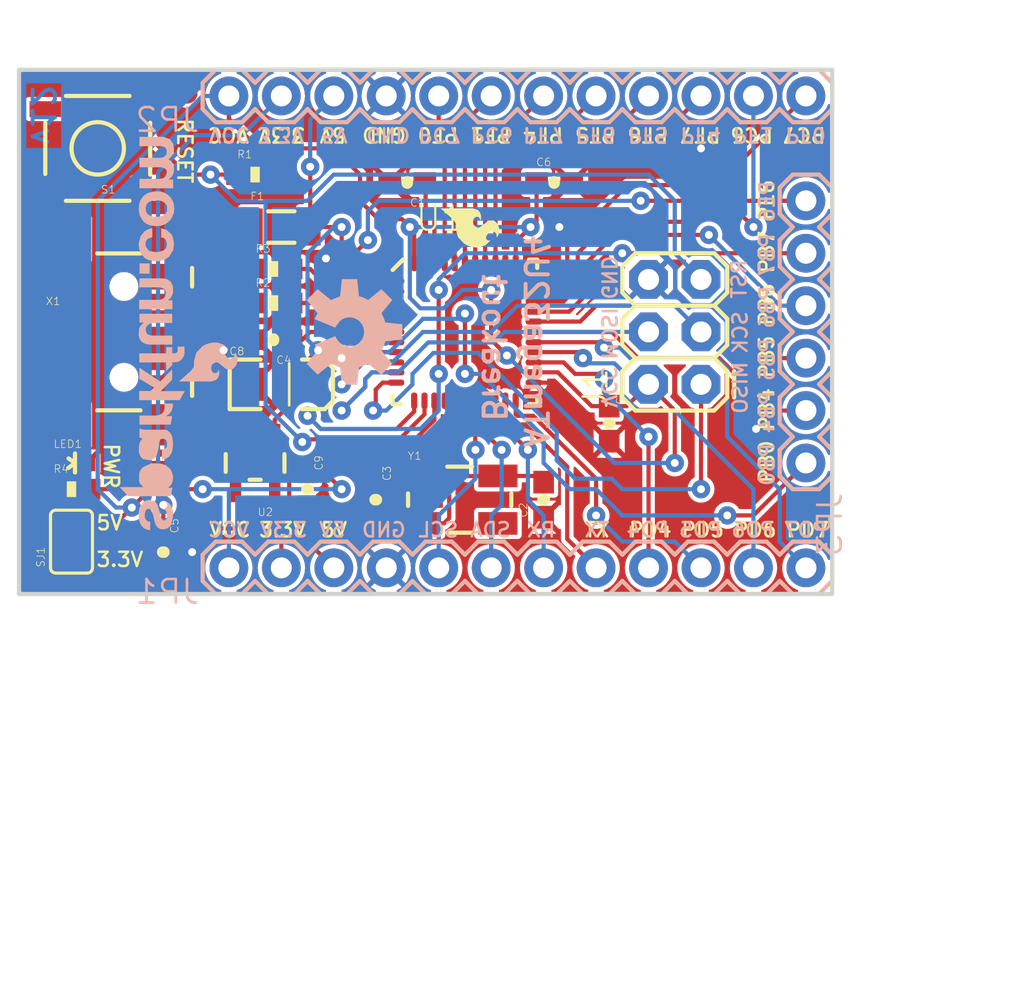
<source format=kicad_pcb>
(kicad_pcb (version 20221018) (generator pcbnew)
  (layers (0 "F.Cu" signal) (31 "B.Cu" signal) (34 "B.Paste" user) (35 "F.Paste" user) (36 "B.SilkS" user "B.Silkscreen") (37 "F.SilkS" user "F.Silkscreen") (38 "B.Mask" user) (39 "F.Mask" user) (44 "Edge.Cuts" user))
  (net 0 "")
  (net 1 "GND")
  (net 2 "VCC")
  (net 3 "AREF")
  (net 4 "N$2")
  (net 5 "N$3")
  (net 6 "N$6")
  (net 7 "N$8")
  (net 8 "5V")
  (net 9 "N$4")
  (net 10 "N$9")
  (net 11 "UCAP")
  (net 12 "3.3V")
  (net 13 "MISO")
  (net 14 "SCK")
  (net 15 "RST")
  (net 16 "MOSI")
  (net 17 "PF7")
  (net 18 "PF6")
  (net 19 "PF5")
  (net 20 "PF4")
  (net 21 "PF1")
  (net 22 "PF0")
  (net 23 "RX")
  (net 24 "TX")
  (net 25 "SDA")
  (net 26 "SCL")
  (net 27 "PD4")
  (net 28 "PC6")
  (net 29 "PD7")
  (net 30 "PE6")
  (net 31 "PB4")
  (net 32 "PB5")
  (net 33 "PB6")
  (net 34 "PB7")
  (net 35 "PD6")
  (net 36 "PC7")
  (net 37 "PB0")
  (net 38 "PD5")
  (net 39 "D+")
  (net 40 "D-")
  (footprint "working:FIDUCIAL-1X2" (layer "F.Cu") (at 166.9161 113.3094)
    (fp_text reference "JP7" hide)
    (fp_text value "FIDUCIAL1X2" hide)
  )
  (footprint "working:2X3" (layer "F.Cu") (at 161.8361 107.5436 90)
    (fp_text reference "J1")
    (fp_text value "AVR_SPI_PRG")
  )
  (footprint "working:0603-CAP" (layer "F.Cu") (at 154.7241 97.7646)
    (fp_text reference "C6")
    (fp_text value "0.1uF")
  )
  (footprint "working:SFE-LOGO-FLAME" (layer "F.Cu") (at 149.2631 99.0346 -90)
    (fp_text reference "JP5" hide)
    (fp_text value "LOGO-SFESK" hide)
  )
  (footprint "working:0603-CAP" (layer "F.Cu") (at 142.7861 112.6236 -90)
    (fp_text reference "C9")
    (fp_text value "0.1uF")
  )
  (footprint "working:EIA3216" (layer "F.Cu") (at 141.5161 107.5436)
    (fp_text reference "C8")
    (fp_text value "10uF")
  )
  (footprint "working:0603-CAP" (layer "F.Cu") (at 147.6121 97.7646 180)
    (fp_text reference "C1")
    (fp_text value "0.1uF")
  )
  (footprint "working:0603-RES" (layer "F.Cu") (at 141.1351 103.6066)
    (fp_text reference "R2")
    (fp_text value "22")
  )
  (footprint "working:0603-CAP" (layer "F.Cu") (at 157.3911 109.4486 -90)
    (fp_text reference "C7")
    (fp_text value "0.1uF")
  )
  (footprint "working:FIDUCIAL-1X2" (layer "F.Cu") (at 136.9568 93.4466)
    (fp_text reference "JP6" hide)
    (fp_text value "FIDUCIAL1X2" hide)
  )
  (footprint "working:0603-CAP" (layer "F.Cu") (at 141.1351 105.3846 180)
    (fp_text reference "C4")
    (fp_text value "1uF")
  )
  (footprint "working:USB-MINIB" (layer "F.Cu") (at 133.8961 105.0036)
    (fp_text reference "X1")
    (fp_text value "USBSMD")
  )
  (footprint "working:0603-RES" (layer "F.Cu") (at 140.2461 97.3836)
    (fp_text reference "R1")
    (fp_text value "10k")
  )
  (footprint "working:0603-RES" (layer "F.Cu") (at 131.3561 112.6236)
    (fp_text reference "R4")
    (fp_text value "1k")
  )
  (footprint "working:0603-CAP" (layer "F.Cu") (at 154.2161 113.1316 90)
    (fp_text reference "C2")
    (fp_text value "18pF")
  )
  (footprint "working:SOT23-5" (layer "F.Cu") (at 140.2461 111.3536 180)
    (fp_text reference "U2")
    (fp_text value "3.3V_REG_LDOSMD")
  )
  (footprint "working:QFN-44-NOPAD_1_1" (layer "F.Cu") (at 150.4061 105.0036)
    (fp_text reference "U1")
    (fp_text value "ATMEGA32U4")
  )
  (footprint "working:0603-RES" (layer "F.Cu") (at 141.1351 101.9556)
    (fp_text reference "R3")
    (fp_text value "22")
  )
  (footprint "working:LED-0603" (layer "F.Cu") (at 131.3561 111.3536 -90)
    (fp_text reference "LED1")
    (fp_text value "Power")
  )
  (footprint "working:TACTILE_SWITCH_SMD" (layer "F.Cu") (at 132.6261 96.1136 180)
    (fp_text reference "S1")
    (fp_text value "SWITCH-SMD")
  )
  (footprint "working:CRYSTAL-SMD-5X3" (layer "F.Cu") (at 150.1521 113.1316)
    (fp_text reference "Y1")
    (fp_text value "16MHz")
  )
  (footprint "working:SJ_3_PASTE2&3" (layer "F.Cu") (at 131.3561 115.1636 90)
    (fp_text reference "SJ1")
    (fp_text value "Power Select")
  )
  (footprint "working:0603-CAP" (layer "F.Cu") (at 135.8011 115.6716 -90)
    (fp_text reference "C5")
    (fp_text value "1uF")
  )
  (footprint "working:PTC-1206" (layer "F.Cu") (at 141.5161 99.9236)
    (fp_text reference "F1")
    (fp_text value "PTCSMD")
  )
  (footprint "working:0603-CAP" (layer "F.Cu") (at 146.0881 113.1316 -90)
    (fp_text reference "C3")
    (fp_text value "18pF")
  )
  (footprint "working:SFE-NEW-WEBLOGO" (layer "B.Cu") (at 133.7056 114.6048 90)
    (fp_text reference "JP8" hide)
    (fp_text value "LOGO-SFENEW" hide)
  )
  (footprint "working:1X06" (layer "B.Cu") (at 166.9161 111.3536 90)
    (fp_text reference "JP3")
    (fp_text value "")
  )
  (footprint "working:1X12" (layer "B.Cu") (at 138.9761 116.4336)
    (fp_text reference "JP1")
    (fp_text value "M12PTH")
  )
  (footprint "working:1X12" (layer "B.Cu") (at 138.9761 93.5736)
    (fp_text reference "JP2")
    (fp_text value "M12PTH")
  )
  (footprint "working:OSHW-LOGO-M" (layer "B.Cu") (at 144.8181 105.0036 90)
    (fp_text reference "U$6" hide)
    (fp_text value "OSHW-LOGOM" hide)
  )
  (gr_line (start 128.8161 117.7036) (end 168.1861 117.7036) (stroke (width 0.2032)) (layer "Edge.Cuts"))
  (gr_line (start 168.1861 117.7036) (end 168.1861 92.3036) (stroke (width 0.2032)) (layer "Edge.Cuts"))
  (gr_line (start 168.1861 92.3036) (end 128.8161 92.3036) (stroke (width 0.2032)) (layer "Edge.Cuts"))
  (gr_line (start 128.8161 92.3036) (end 128.8161 117.7036) (stroke (width 0.2032)) (layer "Edge.Cuts"))
  (gr_text "v12" (at 130.5941 92.9386 -90) (layer "B.Cu") (effects (font (size 1.0795 1.0795) (thickness 0.1905)) (justify right top mirror)))
  (gr_text "RX" (at 154.8511 114.9985) (layer "B.SilkS") (effects (font (size 0.69088 0.69088) (thickness 0.12192)) (justify left bottom mirror)))
  (gr_text "Breakout" (at 151.1681 109.4486 -90) (layer "B.SilkS") (effects (font (size 1.0795 1.0795) (thickness 0.1905)) (justify left bottom mirror)))
  (gr_text "PF6" (at 155.6893 95.0468 -180) (layer "B.SilkS") (effects (font (size 0.69088 0.69088) (thickness 0.12192)) (justify left bottom mirror)))
  (gr_text "3.3V" (at 140.2842 95.0468 -180) (layer "B.SilkS") (effects (font (size 0.69088 0.69088) (thickness 0.12192)) (justify left bottom mirror)))
  (gr_text "GND" (at 147.6121 114.9985) (layer "B.SilkS") (effects (font (size 0.69088 0.69088) (thickness 0.12192)) (justify left bottom mirror)))
  (gr_text "TX" (at 157.4673 114.9985) (layer "B.SilkS") (effects (font (size 0.69088 0.69088) (thickness 0.12192)) (justify left bottom mirror)))
  (gr_text "SDA" (at 152.6921 114.9985) (layer "B.SilkS") (effects (font (size 0.69088 0.69088) (thickness 0.12192)) (justify left bottom mirror)))
  (gr_text "SCL" (at 150.1521 114.9985) (layer "B.SilkS") (effects (font (size 0.69088 0.69088) (thickness 0.12192)) (justify left bottom mirror)))
  (gr_text "RST" (at 164.084 101.4222 -270) (layer "B.SilkS") (effects (font (size 0.69088 0.69088) (thickness 0.12192)) (justify left bottom mirror)))
  (gr_text "VCC" (at 156.9593 108.7374 -90) (layer "B.SilkS") (effects (font (size 0.69088 0.69088) (thickness 0.12192)) (justify left bottom mirror)))
  (gr_text "PB7" (at 165.4429 100.1649 -270) (layer "B.SilkS") (effects (font (size 0.69088 0.69088) (thickness 0.12192)) (justify left bottom mirror)))
  (gr_text "PD7" (at 167.9829 114.9985) (layer "B.SilkS") (effects (font (size 0.69088 0.69088) (thickness 0.12192)) (justify left bottom mirror)))
  (gr_text "PF0" (at 165.8493 95.0468 -180) (layer "B.SilkS") (effects (font (size 0.69088 0.69088) (thickness 0.12192)) (justify left bottom mirror)))
  (gr_text "PF4" (at 160.7693 95.0468 -180) (layer "B.SilkS") (effects (font (size 0.69088 0.69088) (thickness 0.12192)) (justify left bottom mirror)))
  (gr_text "5V" (at 144.6911 114.9985) (layer "B.SilkS") (effects (font (size 0.69088 0.69088) (thickness 0.12192)) (justify left bottom mirror)))
  (gr_text "PB4" (at 165.4429 107.7849 -270) (layer "B.SilkS") (effects (font (size 0.69088 0.69088) (thickness 0.12192)) (justify left bottom mirror)))
  (gr_text "GND" (at 145.5547 95.0468 -180) (layer "B.SilkS") (effects (font (size 0.69088 0.69088) (thickness 0.12192)) (justify left bottom mirror)))
  (gr_text "MISO" (at 164.1348 106.3752 -270) (layer "B.SilkS") (effects (font (size 0.69088 0.69088) (thickness 0.12192)) (justify left bottom mirror)))
  (gr_text "PC7" (at 148.0693 95.0468 -180) (layer "B.SilkS") (effects (font (size 0.69088 0.69088) (thickness 0.12192)) (justify left bottom mirror)))
  (gr_text "PB5" (at 165.4429 105.2449 -270) (layer "B.SilkS") (effects (font (size 0.69088 0.69088) (thickness 0.12192)) (justify left bottom mirror)))
  (gr_text "MOSI" (at 156.972 106.4133 -90) (layer "B.SilkS") (effects (font (size 0.69088 0.69088) (thickness 0.12192)) (justify left bottom mirror)))
  (gr_text "PD6" (at 165.4429 114.9985) (layer "B.SilkS") (effects (font (size 0.69088 0.69088) (thickness 0.12192)) (justify left bottom mirror)))
  (gr_text "PE6" (at 165.4429 97.6249 -270) (layer "B.SilkS") (effects (font (size 0.69088 0.69088) (thickness 0.12192)) (justify left bottom mirror)))
  (gr_text "VCC" (at 137.9347 95.0468 -180) (layer "B.SilkS") (effects (font (size 0.69088 0.69088) (thickness 0.12192)) (justify left bottom mirror)))
  (gr_text "PC6" (at 150.6093 95.0468 -180) (layer "B.SilkS") (effects (font (size 0.69088 0.69088) (thickness 0.12192)) (justify left bottom mirror)))
  (gr_text "PB6" (at 165.4429 102.7049 -270) (layer "B.SilkS") (effects (font (size 0.69088 0.69088) (thickness 0.12192)) (justify left bottom mirror)))
  (gr_text "PD5" (at 162.9029 114.9985) (layer "B.SilkS") (effects (font (size 0.69088 0.69088) (thickness 0.12192)) (justify left bottom mirror)))
  (gr_text "3.3V" (at 142.8242 114.9985) (layer "B.SilkS") (effects (font (size 0.69088 0.69088) (thickness 0.12192)) (justify left bottom mirror)))
  (gr_text "SCK" (at 164.1348 103.9368 -270) (layer "B.SilkS") (effects (font (size 0.69088 0.69088) (thickness 0.12192)) (justify left bottom mirror)))
  (gr_text "ATmega32U4" (at 153.2001 110.7186 -90) (layer "B.SilkS") (effects (font (size 1.0795 1.0795) (thickness 0.1905)) (justify left bottom mirror)))
  (gr_text "PF1" (at 163.3093 95.0468 -180) (layer "B.SilkS") (effects (font (size 0.69088 0.69088) (thickness 0.12192)) (justify left bottom mirror)))
  (gr_text "PD4" (at 160.3629 114.9985) (layer "B.SilkS") (effects (font (size 0.69088 0.69088) (thickness 0.12192)) (justify left bottom mirror)))
  (gr_text "PF5" (at 158.2293 95.0468 -180) (layer "B.SilkS") (effects (font (size 0.69088 0.69088) (thickness 0.12192)) (justify left bottom mirror)))
  (gr_text "5V" (at 143.383 95.0468 -180) (layer "B.SilkS") (effects (font (size 0.69088 0.69088) (thickness 0.12192)) (justify left bottom mirror)))
  (gr_text "PB0" (at 165.4429 110.3249 -270) (layer "B.SilkS") (effects (font (size 0.69088 0.69088) (thickness 0.12192)) (justify left bottom mirror)))
  (gr_text "VCC" (at 140.0302 114.9985) (layer "B.SilkS") (effects (font (size 0.69088 0.69088) (thickness 0.12192)) (justify left bottom mirror)))
  (gr_text "PF7" (at 153.1493 95.0468 -180) (layer "B.SilkS") (effects (font (size 0.69088 0.69088) (thickness 0.12192)) (justify left bottom mirror)))
  (gr_text "GND" (at 156.972 103.505 -90) (layer "B.SilkS") (effects (font (size 0.69088 0.69088) (thickness 0.12192)) (justify left bottom mirror)))
  (gr_text "PB4" (at 165.4175 109.855 90) (layer "F.SilkS") (effects (font (size 0.69088 0.69088) (thickness 0.12192)) (justify left bottom)))
  (gr_text "3.3V" (at 132.4991 116.4336) (layer "F.SilkS") (effects (font (size 0.69088 0.69088) (thickness 0.12192)) (justify left bottom)))
  (gr_text "5V" (at 143.3576 114.9985) (layer "F.SilkS") (effects (font (size 0.69088 0.69088) (thickness 0.12192)) (justify left bottom)))
  (gr_text "5V" (at 144.7165 95.0468 180) (layer "F.SilkS") (effects (font (size 0.69088 0.69088) (thickness 0.12192)) (justify left bottom)))
  (gr_text "RESET" (at 136.4361 94.5896 270) (layer "F.SilkS") (effects (font (size 0.69088 0.69088) (thickness 0.12192)) (justify left bottom)))
  (gr_text "PD5" (at 160.8201 114.9985) (layer "F.SilkS") (effects (font (size 0.69088 0.69088) (thickness 0.12192)) (justify left bottom)))
  (gr_text "5V" (at 132.4991 114.6556) (layer "F.SilkS") (effects (font (size 0.69088 0.69088) (thickness 0.12192)) (justify left bottom)))
  (gr_text "GND" (at 147.6248 95.0468 180) (layer "F.SilkS") (effects (font (size 0.69088 0.69088) (thickness 0.12192)) (justify left bottom)))
  (gr_text "PD7" (at 165.9001 114.9985) (layer "F.SilkS") (effects (font (size 0.69088 0.69088) (thickness 0.12192)) (justify left bottom)))
  (gr_text "PB5" (at 165.4175 107.315 90) (layer "F.SilkS") (effects (font (size 0.69088 0.69088) (thickness 0.12192)) (justify left bottom)))
  (gr_text "PE6" (at 165.4175 99.695 90) (layer "F.SilkS") (effects (font (size 0.69088 0.69088) (thickness 0.12192)) (justify left bottom)))
  (gr_text "PD6" (at 163.3601 114.9985) (layer "F.SilkS") (effects (font (size 0.69088 0.69088) (thickness 0.12192)) (justify left bottom)))
  (gr_text "PD4" (at 158.2801 114.9985) (layer "F.SilkS") (effects (font (size 0.69088 0.69088) (thickness 0.12192)) (justify left bottom)))
  (gr_text "3.3V" (at 142.7353 95.0468 180) (layer "F.SilkS") (effects (font (size 0.69088 0.69088) (thickness 0.12192)) (justify left bottom)))
  (gr_text "PWR" (at 132.8801 110.3376 270) (layer "F.SilkS") (effects (font (size 0.69088 0.69088) (thickness 0.12192)) (justify left bottom)))
  (gr_text "PB0" (at 165.4175 112.395 90) (layer "F.SilkS") (effects (font (size 0.69088 0.69088) (thickness 0.12192)) (justify left bottom)))
  (gr_text "PF5" (at 157.7721 95.0468 180) (layer "F.SilkS") (effects (font (size 0.69088 0.69088) (thickness 0.12192)) (justify left bottom)))
  (gr_text "PF7" (at 162.8521 95.0468 180) (layer "F.SilkS") (effects (font (size 0.69088 0.69088) (thickness 0.12192)) (justify left bottom)))
  (gr_text "PB6" (at 165.4175 104.775 90) (layer "F.SilkS") (effects (font (size 0.69088 0.69088) (thickness 0.12192)) (justify left bottom)))
  (gr_text "PF4" (at 155.2321 95.0468 180) (layer "F.SilkS") (effects (font (size 0.69088 0.69088) (thickness 0.12192)) (justify left bottom)))
  (gr_text "PB7" (at 165.4175 102.235 90) (layer "F.SilkS") (effects (font (size 0.69088 0.69088) (thickness 0.12192)) (justify left bottom)))
  (gr_text "PC7" (at 167.9321 95.0468 180) (layer "F.SilkS") (effects (font (size 0.69088 0.69088) (thickness 0.12192)) (justify left bottom)))
  (gr_text "PC6" (at 165.3921 95.0468 180) (layer "F.SilkS") (effects (font (size 0.69088 0.69088) (thickness 0.12192)) (justify left bottom)))
  (gr_text "PF1" (at 152.6921 95.0468 180) (layer "F.SilkS") (effects (font (size 0.69088 0.69088) (thickness 0.12192)) (justify left bottom)))
  (gr_text "PF0" (at 150.1521 95.0468 180) (layer "F.SilkS") (effects (font (size 0.69088 0.69088) (thickness 0.12192)) (justify left bottom)))
  (gr_text "PF6" (at 160.3121 95.0468 180) (layer "F.SilkS") (effects (font (size 0.69088 0.69088) (thickness 0.12192)) (justify left bottom)))
  (gr_text "TX" (at 156.1211 114.9985) (layer "F.SilkS") (effects (font (size 0.69088 0.69088) (thickness 0.12192)) (justify left bottom)))
  (gr_text "3.3V" (at 140.3731 114.9985) (layer "F.SilkS") (effects (font (size 0.69088 0.69088) (thickness 0.12192)) (justify left bottom)))
  (gr_text "VCC" (at 137.9601 114.9985) (layer "F.SilkS") (effects (font (size 0.69088 0.69088) (thickness 0.12192)) (justify left bottom)))
  (gr_text "VCC" (at 140.0175 95.0468 180) (layer "F.SilkS") (effects (font (size 0.69088 0.69088) (thickness 0.12192)) (justify left bottom)))
  (segment (start 144.8261 104.5036) (end 144.8181 104.4956) (width 0.2032) (layer "F.Cu") (net 1))
  (segment (start 154.768834 107.461335) (end 155.1051 107.7976) (width 0.2032) (layer "F.Cu") (net 1))
  (segment (start 153.7426 107.461335) (end 154.768834 107.461335) (width 0.2032) (layer "F.Cu") (net 1))
  (segment (start 147.0696 104.5036) (end 144.8261 104.5036) (width 0.2032) (layer "F.Cu") (net 1))
  (via (at 138.7221 105.8926) (size 0.889) (drill 0.381) (layers "F.Cu" "B.Cu") (net 1))
  (via (at 154.9781 99.9236) (size 0.889) (drill 0.381) (layers "F.Cu" "B.Cu") (net 1))
  (via (at 161.8361 96.1136) (size 0.889) (drill 0.381) (layers "F.Cu" "B.Cu") (net 1))
  (via (at 137.1981 115.6716) (size 0.889) (drill 0.381) (layers "F.Cu" "B.Cu") (net 1))
  (via (at 143.6751 101.4476) (size 0.889) (drill 0.381) (layers "F.Cu" "B.Cu") (net 1))
  (via (at 164.5031 109.7026) (size 0.889) (drill 0.381) (layers "F.Cu" "B.Cu") (net 1))
  (segment (start 157.3911 108.5986) (end 156.5411 108.5986) (width 0.2032) (layer "F.Cu") (net 2))
  (segment (start 144.0561 96.1136) (end 141.0961 96.1136) (width 0.2032) (layer "F.Cu") (net 2))
  (segment (start 153.5811 99.9236) (end 153.8741 99.6306) (width 0.2032) (layer "F.Cu") (net 2))
  (segment (start 151.6761 102.9716) (end 151.6761 105.3846) (width 0.2032) (layer "F.Cu") (net 2))
  (segment (start 158.2411 108.5986) (end 159.2961 107.5436) (width 0.2032) (layer "F.Cu") (net 2))
  (segment (start 147.4851 110.7186) (end 144.6421 110.7186) (width 0.2032) (layer "F.Cu") (net 2))
  (segment (start 144.6421 110.7186) (end 143.5871 111.7736) (width 0.2032) (layer "F.Cu") (net 2))
  (segment (start 146.2151 99.5426) (end 147.3581 99.5426) (width 0.2032) (layer "F.Cu") (net 2))
  (segment (start 147.948365 100.132866) (end 147.7391 99.9236) (width 0.2032) (layer "F.Cu") (net 2))
  (segment (start 141.0961 97.3836) (end 141.0961 96.1136) (width 0.2032) (layer "F.Cu") (net 2))
  (segment (start 156.5411 108.5986) (end 154.903834 106.961335) (width 0.2032) (layer "F.Cu") (net 2))
  (segment (start 157.3911 108.5986) (end 158.2411 108.5986) (width 0.2032) (layer "F.Cu") (net 2))
  (segment (start 146.2151 99.5426) (end 145.3261 98.6536) (width 0.2032) (layer "F.Cu") (net 2))
  (segment (start 145.3261 97.3836) (end 144.0561 96.1136) (width 0.2032) (layer "F.Cu") (net 2))
  (segment (start 132.6261 115.1636) (end 134.2771 113.5126) (width 0.2032) (layer "F.Cu") (net 2))
  (segment (start 142.7861 111.7736) (end 143.5871 111.7736) (width 0.2032) (layer "F.Cu") (net 2))
  (segment (start 138.9761 94.6866) (end 138.9761 93.5736) (width 0.2032) (layer "F.Cu") (net 2))
  (segment (start 160.5661 108.8136) (end 160.5661 111.3536) (width 0.2032) (layer "F.Cu") (net 2))
  (segment (start 137.7061 112.6236) (end 135.1661 112.6236) (width 0.2032) (layer "F.Cu") (net 2))
  (segment (start 135.1661 112.6236) (end 134.2771 113.5126) (width 0.2032) (layer "F.Cu") (net 2))
  (segment (start 147.3581 99.5426) (end 147.7391 99.9236) (width 0.2032) (layer "F.Cu") (net 2))
  (segment (start 143.5871 111.7736) (end 144.4371 112.6236) (width 0.2032) (layer "F.Cu") (net 2))
  (segment (start 148.927231 109.276469) (end 147.4851 110.7186) (width 0.2032) (layer "F.Cu") (net 2))
  (segment (start 148.927231 108.3401) (end 148.927231 109.276469) (width 0.2032) (layer "F.Cu") (net 2))
  (segment (start 141.0961 96.1136) (end 140.4031 96.1136) (width 0.2032) (layer "F.Cu") (net 2))
  (segment (start 132.6261 115.1636) (end 131.3561 115.1636) (width 0.2032) (layer "F.Cu") (net 2))
  (segment (start 159.2961 107.5436) (end 160.5661 108.8136) (width 0.2032) (layer "F.Cu") (net 2))
  (segment (start 140.4031 96.1136) (end 138.9761 94.6866) (width 0.2032) (layer "F.Cu") (net 2))
  (segment (start 153.7426 106.961335) (end 154.903834 106.961335) (width 0.2032) (layer "F.Cu") (net 2))
  (segment (start 152.863834 100.640866) (end 153.5811 99.9236) (width 0.2032) (layer "F.Cu") (net 2))
  (segment (start 152.863834 101.6671) (end 152.863834 100.640866) (width 0.2032) (layer "F.Cu") (net 2))
  (segment (start 153.8741 97.7646) (end 153.8741 99.6306) (width 0.2032) (layer "F.Cu") (net 2))
  (segment (start 145.3261 98.6536) (end 145.3261 97.3836) (width 0.2032) (layer "F.Cu") (net 2))
  (segment (start 147.948365 101.6671) (end 147.948365 100.132866) (width 0.2032) (layer "F.Cu") (net 2))
  (segment (start 151.6761 105.3846) (end 152.4381 106.1466) (width 0.2032) (layer "F.Cu") (net 2))
  (via (at 160.5661 111.3536) (size 0.889) (drill 0.381) (layers "F.Cu" "B.Cu") (net 2))
  (via (at 153.5811 99.9236) (size 0.889) (drill 0.381) (layers "F.Cu" "B.Cu") (net 2))
  (via (at 151.6761 102.9716) (size 0.889) (drill 0.381) (layers "F.Cu" "B.Cu") (net 2))
  (via (at 144.4371 112.6236) (size 0.889) (drill 0.381) (layers "F.Cu" "B.Cu") (net 2))
  (via (at 134.2771 113.5126) (size 0.889) (drill 0.381) (layers "F.Cu" "B.Cu") (net 2))
  (via (at 147.7391 99.9236) (size 0.889) (drill 0.381) (layers "F.Cu" "B.Cu") (net 2))
  (via (at 137.7061 112.6236) (size 0.889) (drill 0.381) (layers "F.Cu" "B.Cu") (net 2))
  (via (at 152.4381 106.1466) (size 0.889) (drill 0.381) (layers "F.Cu" "B.Cu") (net 2))
  (segment (start 138.9761 112.6236) (end 144.4371 112.6236) (width 0.2032) (layer "B.Cu") (net 2))
  (segment (start 132.6261 98.6536) (end 132.6261 112.6236) (width 0.2032) (layer "B.Cu") (net 2))
  (segment (start 138.9761 112.6236) (end 138.9761 116.4336) (width 0.2032) (layer "B.Cu") (net 2))
  (segment (start 151.6761 102.9716) (end 150.2791 102.9716) (width 0.2032) (layer "B.Cu") (net 2))
  (segment (start 132.6261 112.6236) (end 133.5151 113.5126) (width 0.2032) (layer "B.Cu") (net 2))
  (segment (start 152.4381 106.1466) (end 157.6451 111.3536) (width 0.2032) (layer "B.Cu") (net 2))
  (segment (start 137.7061 112.6236) (end 138.9761 112.6236) (width 0.2032) (layer "B.Cu") (net 2))
  (segment (start 149.3901 103.8606) (end 148.2471 103.8606) (width 0.2032) (layer "B.Cu") (net 2))
  (segment (start 148.2471 103.8606) (end 147.7391 103.3526) (width 0.2032) (layer "B.Cu") (net 2))
  (segment (start 133.5151 113.5126) (end 134.2771 113.5126) (width 0.2032) (layer "B.Cu") (net 2))
  (segment (start 160.5661 111.3536) (end 157.6451 111.3536) (width 0.2032) (layer "B.Cu") (net 2))
  (segment (start 147.7391 103.3526) (end 147.7391 99.9236) (width 0.2032) (layer "B.Cu") (net 2))
  (segment (start 137.7061 93.5736) (end 132.6261 98.6536) (width 0.2032) (layer "B.Cu") (net 2))
  (segment (start 153.5811 99.9236) (end 147.7391 99.9236) (width 0.2032) (layer "B.Cu") (net 2))
  (segment (start 138.9761 93.5736) (end 137.7061 93.5736) (width 0.2032) (layer "B.Cu") (net 2))
  (segment (start 150.2791 102.9716) (end 149.3901 103.8606) (width 0.2032) (layer "B.Cu") (net 2))
  (segment (start 148.5011 97.8036) (end 148.4621 97.7646) (width 0.2032) (layer "F.Cu") (net 3))
  (segment (start 148.927234 99.460735) (end 148.5011 99.0346) (width 0.2032) (layer "F.Cu") (net 3))
  (segment (start 148.5011 99.0346) (end 148.5011 97.8036) (width 0.2032) (layer "F.Cu") (net 3))
  (segment (start 148.927234 101.6671) (end 148.927234 99.460735) (width 0.2032) (layer "F.Cu") (net 3))
  (segment (start 150.4061 108.3401) (end 150.4061 109.8296) (width 0.2032) (layer "F.Cu") (net 4))
  (segment (start 153.9161 111.9816) (end 154.2161 112.2816) (width 0.2032) (layer "F.Cu") (net 4))
  (segment (start 151.9951 111.9886) (end 152.0021 111.9816) (width 0.2032) (layer "F.Cu") (net 4))
  (segment (start 150.1521 111.6076) (end 150.5331 111.9886) (width 0.2032) (layer "F.Cu") (net 4))
  (segment (start 152.0021 111.9816) (end 153.9161 111.9816) (width 0.2032) (layer "F.Cu") (net 4))
  (segment (start 150.1521 110.0836) (end 150.1521 111.6076) (width 0.2032) (layer "F.Cu") (net 4))
  (segment (start 150.4061 109.8296) (end 150.1521 110.0836) (width 0.2032) (layer "F.Cu") (net 4))
  (segment (start 150.5331 111.9886) (end 151.9951 111.9886) (width 0.2032) (layer "F.Cu") (net 4))
  (segment (start 148.3091 114.2746) (end 148.3021 114.2816) (width 0.2032) (layer "F.Cu") (net 5))
  (segment (start 148.3021 114.2816) (end 146.3881 114.2816) (width 0.2032) (layer "F.Cu") (net 5))
  (segment (start 149.6441 109.8296) (end 149.6441 114.0206) (width 0.2032) (layer "F.Cu") (net 5))
  (segment (start 149.9061 109.5676) (end 149.6441 109.8296) (width 0.2032) (layer "F.Cu") (net 5))
  (segment (start 146.3881 114.2816) (end 146.0881 113.9816) (width 0.2032) (layer "F.Cu") (net 5))
  (segment (start 149.6441 114.0206) (end 149.3901 114.2746) (width 0.2032) (layer "F.Cu") (net 5))
  (segment (start 149.9061 108.3401) (end 149.9061 109.5676) (width 0.2032) (layer "F.Cu") (net 5))
  (segment (start 149.3901 114.2746) (end 148.3091 114.2746) (width 0.2032) (layer "F.Cu") (net 5))
  (segment (start 147.0696 104.024735) (end 144.347234 104.024735) (width 0.2032) (layer "F.Cu") (net 6))
  (segment (start 143.9291 103.6066) (end 141.9851 103.6066) (width 0.2032) (layer "F.Cu") (net 6))
  (segment (start 144.347234 104.024735) (end 143.9291 103.6066) (width 0.2032) (layer "F.Cu") (net 6))
  (segment (start 144.482231 103.524732) (end 142.9131 101.9556) (width 0.2032) (layer "F.Cu") (net 7))
  (segment (start 147.0696 103.524732) (end 144.482231 103.524732) (width 0.2032) (layer "F.Cu") (net 7))
  (segment (start 141.9851 101.9556) (end 142.9131 101.9556) (width 0.2032) (layer "F.Cu") (net 7))
  (segment (start 144.8261 105.5036) (end 147.0696 105.503604) (width 0.2032) (layer "F.Cu") (net 8))
  (segment (start 144.4371 99.9236) (end 144.4371 102.3366) (width 0.2032) (layer "F.Cu") (net 8))
  (segment (start 141.1961 110.0535) (end 141.2262 110.0836) (width 0.2032) (layer "F.Cu") (net 8))
  (segment (start 142.9131 107.5406) (end 142.9131 106.2736) (width 0.2032) (layer "F.Cu") (net 8))
  (segment (start 144.4371 99.9236) (end 142.9161 99.9236) (width 0.2032) (layer "F.Cu") (net 8))
  (segment (start 135.1661 111.3536) (end 133.8961 112.6236) (width 0.2032) (layer "F.Cu") (net 8))
  (segment (start 144.8261 105.5036) (end 143.6831 105.5036) (width 0.2032) (layer "F.Cu") (net 8))
  (segment (start 141.2262 111.3536) (end 139.2961 111.3536) (width 0.2032) (layer "F.Cu") (net 8))
  (segment (start 139.2961 110.0535) (end 139.2961 111.3536) (width 0.2032) (layer "F.Cu") (net 8))
  (segment (start 141.2262 111.3536) (end 141.5161 111.3536) (width 0.2032) (layer "F.Cu") (net 8))
  (segment (start 133.8961 112.6236) (end 132.2061 112.6236) (width 0.2032) (layer "F.Cu") (net 8))
  (segment (start 131.3561 114.3508) (end 131.3561 113.8936) (width 0.2032) (layer "F.Cu") (net 8))
  (segment (start 131.3561 113.8936) (end 132.2061 113.0436) (width 0.2032) (layer "F.Cu") (net 8))
  (segment (start 141.7701 107.7976) (end 142.0241 107.5436) (width 0.2032) (layer "F.Cu") (net 8))
  (segment (start 142.0241 107.5436) (end 142.9161 107.5436) (width 0.2032) (layer "F.Cu") (net 8))
  (segment (start 143.2941 105.8926) (end 143.6831 105.5036) (width 0.2032) (layer "F.Cu") (net 8))
  (segment (start 141.2262 110.0836) (end 141.2262 111.3536) (width 0.2032) (layer "F.Cu") (net 8))
  (segment (start 142.9131 106.2736) (end 143.2941 105.8926) (width 0.2032) (layer "F.Cu") (net 8))
  (segment (start 139.2961 111.3536) (end 135.1661 111.3536) (width 0.2032) (layer "F.Cu") (net 8))
  (segment (start 141.8971 114.2746) (end 144.0561 116.4336) (width 0.2032) (layer "F.Cu") (net 8))
  (segment (start 142.9161 99.9236) (end 142.9161 97.7676) (width 0.2032) (layer "F.Cu") (net 8))
  (segment (start 132.2061 112.6236) (end 132.2061 113.0436) (width 0.2032) (layer "F.Cu") (net 8))
  (segment (start 141.8971 111.7346) (end 141.5161 111.3536) (width 0.2032) (layer "F.Cu") (net 8))
  (segment (start 131.3561 114.3508) (end 131.4069 114.4016) (width 0.2032) (layer "F.Cu") (net 8))
  (segment (start 142.9161 97.7676) (end 142.9131 97.0026) (width 0.2032) (layer "F.Cu") (net 8))
  (segment (start 147.0696 103.045866) (end 145.146365 103.045866) (width 0.2032) (layer "F.Cu") (net 8))
  (segment (start 142.9161 107.5436) (end 142.9131 107.5406) (width 0.2032) (layer "F.Cu") (net 8))
  (segment (start 141.8971 114.2746) (end 141.8971 111.7346) (width 0.2032) (layer "F.Cu") (net 8))
  (segment (start 141.7701 108.6866) (end 141.7701 107.7976) (width 0.2032) (layer "F.Cu") (net 8))
  (segment (start 141.1961 110.0535) (end 141.1961 109.2606) (width 0.2032) (layer "F.Cu") (net 8))
  (segment (start 141.1961 109.2606) (end 141.7701 108.6866) (width 0.2032) (layer "F.Cu") (net 8))
  (segment (start 144.4371 102.3366) (end 145.146365 103.045866) (width 0.2032) (layer "F.Cu") (net 8))
  (via (at 143.2941 105.8926) (size 0.889) (drill 0.381) (layers "F.Cu" "B.Cu") (net 8))
  (via (at 144.4371 99.9236) (size 0.889) (drill 0.381) (layers "F.Cu" "B.Cu") (net 8))
  (via (at 142.9131 97.0026) (size 0.889) (drill 0.381) (layers "F.Cu" "B.Cu") (net 8))
  (segment (start 142.9131 97.0026) (end 142.9131 94.7166) (width 0.2032) (layer "B.Cu") (net 8))
  (segment (start 144.4371 99.9236) (end 144.0561 99.9236) (width 0.2032) (layer "B.Cu") (net 8))
  (segment (start 142.9131 94.7166) (end 144.0561 93.5736) (width 0.2032) (layer "B.Cu") (net 8))
  (segment (start 142.7861 101.1936) (end 142.7861 105.3846) (width 0.2032) (layer "B.Cu") (net 8))
  (segment (start 142.7861 105.3846) (end 143.2941 105.8926) (width 0.2032) (layer "B.Cu") (net 8))
  (segment (start 144.0561 99.9236) (end 142.7861 101.1936) (width 0.2032) (layer "B.Cu") (net 8))
  (segment (start 138.2141 100.6856) (end 138.9761 99.9236) (width 0.2032) (layer "F.Cu") (net 9))
  (segment (start 138.2141 103.2256) (end 138.2141 100.6856) (width 0.2032) (layer "F.Cu") (net 9))
  (segment (start 138.2141 103.2256) (end 138.0361 103.4036) (width 0.2032) (layer "F.Cu") (net 9))
  (segment (start 140.1161 99.9236) (end 138.9761 99.9236) (width 0.2032) (layer "F.Cu") (net 9))
  (segment (start 136.3961 103.4036) (end 138.0361 103.4036) (width 0.2032) (layer "F.Cu") (net 9))
  (segment (start 130.5061 111.4536) (end 130.6061 111.3536) (width 0.2032) (layer "F.Cu") (net 10))
  (segment (start 130.5061 112.6236) (end 130.5061 111.4536) (width 0.2032) (layer "F.Cu") (net 10))
  (segment (start 142.5321 105.3846) (end 142.9131 105.0036) (width 0.2032) (layer "F.Cu") (net 11))
  (segment (start 142.9131 105.0036) (end 147.0696 105.0036) (width 0.2032) (layer "F.Cu") (net 11))
  (segment (start 141.9851 105.3846) (end 142.5321 105.3846) (width 0.2032) (layer "F.Cu") (net 11))
  (segment (start 135.8011 114.8216) (end 135.8011 113.3856) (width 0.2032) (layer "F.Cu") (net 12))
  (segment (start 131.3561 115.9764) (end 133.0833 115.9764) (width 0.2032) (layer "F.Cu") (net 12))
  (segment (start 135.8011 114.8216) (end 134.2381 114.8216) (width 0.2032) (layer "F.Cu") (net 12))
  (segment (start 141.1961 114.5286) (end 136.6901 114.5286) (width 0.2032) (layer "F.Cu") (net 12))
  (segment (start 141.5161 116.4336) (end 141.5161 115.1636) (width 0.2032) (layer "F.Cu") (net 12))
  (segment (start 136.3971 114.8216) (end 136.6901 114.5286) (width 0.2032) (layer "F.Cu") (net 12))
  (segment (start 135.8011 114.8216) (end 136.3971 114.8216) (width 0.2032) (layer "F.Cu") (net 12))
  (segment (start 141.1961 114.5286) (end 141.1961 114.8436) (width 0.2032) (layer "F.Cu") (net 12))
  (segment (start 133.0833 115.9764) (end 134.2381 114.8216) (width 0.2032) (layer "F.Cu") (net 12))
  (segment (start 141.1961 114.8436) (end 141.5161 115.1636) (width 0.2032) (layer "F.Cu") (net 12))
  (segment (start 141.1961 112.6537) (end 141.1961 114.5286) (width 0.2032) (layer "F.Cu") (net 12))
  (via (at 135.8011 113.3856) (size 0.889) (drill 0.381) (layers "F.Cu" "B.Cu") (net 12))
  (segment (start 137.3251 95.4786) (end 139.6111 95.4786) (width 0.2032) (layer "B.Cu") (net 12))
  (segment (start 135.5471 97.2566) (end 137.3251 95.4786) (width 0.2032) (layer "B.Cu") (net 12))
  (segment (start 139.6111 95.4786) (end 141.5161 93.5736) (width 0.2032) (layer "B.Cu") (net 12))
  (segment (start 135.5471 113.1316) (end 135.8011 113.3856) (width 0.2032) (layer "B.Cu") (net 12))
  (segment (start 135.5471 97.2566) (end 135.5471 113.1316) (width 0.2032) (layer "B.Cu") (net 12))
  (segment (start 146.424365 107.461335) (end 146.0881 107.7976) (width 0.2032) (layer "F.Cu") (net 13))
  (segment (start 161.8361 112.6236) (end 161.8361 107.5436) (width 0.2032) (layer "F.Cu") (net 13))
  (segment (start 146.0881 108.6866) (end 145.9611 108.8136) (width 0.2032) (layer "F.Cu") (net 13))
  (segment (start 146.0881 107.7976) (end 146.0881 108.6866) (width 0.2032) (layer "F.Cu") (net 13))
  (segment (start 147.0696 107.461335) (end 146.424365 107.461335) (width 0.2032) (layer "F.Cu") (net 13))
  (via (at 145.9611 108.8136) (size 0.889) (drill 0.381) (layers "F.Cu" "B.Cu") (net 13))
  (via (at 161.8361 112.6236) (size 0.889) (drill 0.381) (layers "F.Cu" "B.Cu") (net 13))
  (segment (start 158.0261 112.6236) (end 157.5181 112.1156) (width 0.2032) (layer "B.Cu") (net 13))
  (segment (start 154.8511 109.8296) (end 154.8511 111.2266) (width 0.2032) (layer "B.Cu") (net 13))
  (segment (start 147.8661 107.5436) (end 147.8661 107.0356) (width 0.2032) (layer "B.Cu") (net 13))
  (segment (start 151.0411 106.0196) (end 154.8511 109.8296) (width 0.2032) (layer "B.Cu") (net 13))
  (segment (start 145.9611 108.8136) (end 146.5961 108.8136) (width 0.2032) (layer "B.Cu") (net 13))
  (segment (start 154.8511 111.2266) (end 155.7401 112.1156) (width 0.2032) (layer "B.Cu") (net 13))
  (segment (start 148.8821 106.0196) (end 151.0411 106.0196) (width 0.2032) (layer "B.Cu") (net 13))
  (segment (start 161.8361 112.6236) (end 158.0261 112.6236) (width 0.2032) (layer "B.Cu") (net 13))
  (segment (start 146.5961 108.8136) (end 147.8661 107.5436) (width 0.2032) (layer "B.Cu") (net 13))
  (segment (start 147.8661 107.0356) (end 148.8821 106.0196) (width 0.2032) (layer "B.Cu") (net 13))
  (segment (start 157.5181 112.1156) (end 155.7401 112.1156) (width 0.2032) (layer "B.Cu") (net 13))
  (segment (start 147.0696 106.482469) (end 145.498231 106.482469) (width 0.2032) (layer "F.Cu") (net 14))
  (segment (start 145.498231 106.482469) (end 144.4371 107.5436) (width 0.2032) (layer "F.Cu") (net 14))
  (via (at 144.4371 107.5436) (size 0.889) (drill 0.381) (layers "F.Cu" "B.Cu") (net 14))
  (segment (start 146.895231 106.482469) (end 148.3741 105.0036) (width 0.2032) (layer "B.Cu") (net 14))
  (segment (start 148.3741 105.0036) (end 151.6761 105.0036) (width 0.2032) (layer "B.Cu") (net 14))
  (segment (start 145.498231 106.482469) (end 146.895231 106.482469) (width 0.2032) (layer "B.Cu") (net 14))
  (segment (start 151.6761 105.0036) (end 152.9461 103.7336) (width 0.2032) (layer "B.Cu") (net 14))
  (segment (start 160.5661 103.7336) (end 152.9461 103.7336) (width 0.2032) (layer "B.Cu") (net 14))
  (segment (start 161.8361 105.0036) (end 160.5661 103.7336) (width 0.2032) (layer "B.Cu") (net 14))
  (segment (start 144.4371 107.5436) (end 145.498231 106.482469) (width 0.2032) (layer "B.Cu") (net 14))
  (segment (start 147.2311 110.2106) (end 142.6591 110.2106) (width 0.2032) (layer "F.Cu") (net 15))
  (segment (start 136.9441 97.3836) (end 135.1661 95.6056) (width 0.2032) (layer "F.Cu") (net 15))
  (segment (start 148.448365 108.993335) (end 147.2311 110.2106) (width 0.2032) (layer "F.Cu") (net 15))
  (segment (start 148.448365 108.3401) (end 148.448365 108.993335) (width 0.2032) (layer "F.Cu") (net 15))
  (segment (start 135.1661 95.6056) (end 135.1661 94.2086) (width 0.2032) (layer "F.Cu") (net 15))
  (segment (start 138.0871 97.3836) (end 136.9441 97.3836) (width 0.2032) (layer "F.Cu") (net 15))
  (segment (start 142.6591 110.2106) (end 142.5321 110.3376) (width 0.2032) (layer "F.Cu") (net 15))
  (segment (start 138.0871 97.3836) (end 139.3961 97.3836) (width 0.2032) (layer "F.Cu") (net 15))
  (via (at 138.0871 97.3836) (size 0.889) (drill 0.381) (layers "F.Cu" "B.Cu") (net 15))
  (via (at 142.5321 110.3376) (size 0.889) (drill 0.381) (layers "F.Cu" "B.Cu") (net 15))
  (segment (start 139.3571 98.6536) (end 138.0871 97.3836) (width 0.2032) (layer "B.Cu") (net 15))
  (segment (start 140.7541 98.6536) (end 139.3571 98.6536) (width 0.2032) (layer "B.Cu") (net 15))
  (segment (start 142.7861 98.6536) (end 140.7541 98.6536) (width 0.2032) (layer "B.Cu") (net 15))
  (segment (start 140.7541 108.5596) (end 142.5321 110.3376) (width 0.2032) (layer "B.Cu") (net 15))
  (segment (start 160.5661 98.6536) (end 159.2961 97.3836) (width 0.2032) (layer "B.Cu") (net 15))
  (segment (start 159.2961 97.3836) (end 144.0561 97.3836) (width 0.2032) (layer "B.Cu") (net 15))
  (segment (start 144.0561 97.3836) (end 142.7861 98.6536) (width 0.2032) (layer "B.Cu") (net 15))
  (segment (start 140.7541 108.5596) (end 140.7541 98.6536) (width 0.2032) (layer "B.Cu") (net 15))
  (segment (start 160.5661 98.6536) (end 160.5661 101.1936) (width 0.2032) (layer "B.Cu") (net 15))
  (segment (start 160.5661 101.1936) (end 161.8361 102.4636) (width 0.2032) (layer "B.Cu") (net 15))
  (segment (start 145.5801 107.6706) (end 144.4371 108.8136) (width 0.2032) (layer "F.Cu") (net 16))
  (segment (start 145.5801 107.2896) (end 145.5801 107.6706) (width 0.2032) (layer "F.Cu") (net 16))
  (segment (start 147.0696 106.961335) (end 145.908365 106.961335) (width 0.2032) (layer "F.Cu") (net 16))
  (segment (start 145.908365 106.961335) (end 145.5801 107.2896) (width 0.2032) (layer "F.Cu") (net 16))
  (via (at 144.4371 108.8136) (size 0.889) (drill 0.381) (layers "F.Cu" "B.Cu") (net 16))
  (segment (start 144.4371 108.8136) (end 145.5801 107.6706) (width 0.2032) (layer "B.Cu") (net 16))
  (segment (start 159.2961 105.0036) (end 152.3111 105.0036) (width 0.2032) (layer "B.Cu") (net 16))
  (segment (start 145.5801 107.6706) (end 145.5801 107.2896) (width 0.2032) (layer "B.Cu") (net 16))
  (segment (start 147.178365 106.961335) (end 148.6281 105.5116) (width 0.2032) (layer "B.Cu") (net 16))
  (segment (start 145.908365 106.961335) (end 147.178365 106.961335) (width 0.2032) (layer "B.Cu") (net 16))
  (segment (start 151.8031 105.5116) (end 152.3111 105.0036) (width 0.2032) (layer "B.Cu") (net 16))
  (segment (start 145.5801 107.2896) (end 145.908365 106.961335) (width 0.2032) (layer "B.Cu") (net 16))
  (segment (start 148.6281 105.5116) (end 151.8031 105.5116) (width 0.2032) (layer "B.Cu") (net 16))
  (segment (start 151.884965 101.6671) (end 151.884965 97.047735) (width 0.2032) (layer "F.Cu") (net 17))
  (segment (start 159.0421 96.3676) (end 161.8361 93.5736) (width 0.2032) (layer "F.Cu") (net 17))
  (segment (start 151.884965 97.047735) (end 152.5651 96.3676) (width 0.2032) (layer "F.Cu") (net 17))
  (segment (start 152.5651 96.3676) (end 159.0421 96.3676) (width 0.2032) (layer "F.Cu") (net 17))
  (segment (start 151.384968 96.658732) (end 152.1841 95.8596) (width 0.2032) (layer "F.Cu") (net 18))
  (segment (start 152.1841 95.8596) (end 157.0101 95.8596) (width 0.2032) (layer "F.Cu") (net 18))
  (segment (start 157.0101 95.8596) (end 159.2961 93.5736) (width 0.2032) (layer "F.Cu") (net 18))
  (segment (start 151.384968 101.6671) (end 151.384968 96.658732) (width 0.2032) (layer "F.Cu") (net 18))
  (segment (start 150.9061 97.3916) (end 150.9061 96.3756) (width 0.2032) (layer "F.Cu") (net 19))
  (segment (start 154.9781 95.3516) (end 156.7561 93.5736) (width 0.2032) (layer "F.Cu") (net 19))
  (segment (start 150.9061 97.3916) (end 150.9141 97.3836) (width 0.2032) (layer "F.Cu") (net 19))
  (segment (start 151.9301 95.3516) (end 154.9781 95.3516) (width 0.2032) (layer "F.Cu") (net 19))
  (segment (start 150.9061 96.3756) (end 151.9301 95.3516) (width 0.2032) (layer "F.Cu") (net 19))
  (segment (start 150.9061 101.6671) (end 150.9061 97.3916) (width 0.2032) (layer "F.Cu") (net 19))
  (segment (start 151.6761 94.8436) (end 150.4061 96.1136) (width 0.2032) (layer "F.Cu") (net 20))
  (segment (start 154.2161 93.5736) (end 152.9461 94.8436) (width 0.2032) (layer "F.Cu") (net 20))
  (segment (start 151.6761 94.8436) (end 152.9461 94.8436) (width 0.2032) (layer "F.Cu") (net 20))
  (segment (start 150.4061 101.6671) (end 150.4061 96.1136) (width 0.2032) (layer "F.Cu") (net 20))
  (segment (start 149.9061 95.3436) (end 151.6761 93.5736) (width 0.2032) (layer "F.Cu") (net 21))
  (segment (start 149.9061 101.6671) (end 149.9061 95.3436) (width 0.2032) (layer "F.Cu") (net 21))
  (segment (start 149.427231 101.6671) (end 149.427231 96.404732) (width 0.2032) (layer "F.Cu") (net 22))
  (segment (start 149.1361 93.5736) (end 149.1361 96.1136) (width 0.2032) (layer "F.Cu") (net 22))
  (segment (start 149.427231 96.404732) (end 149.1361 96.1136) (width 0.2032) (layer "F.Cu") (net 22))
  (segment (start 151.884968 109.657469) (end 152.1841 109.9566) (width 0.2032) (layer "F.Cu") (net 23))
  (segment (start 151.884968 108.3401) (end 151.884968 109.657469) (width 0.2032) (layer "F.Cu") (net 23))
  (segment (start 152.6921 109.9566) (end 153.4541 110.7186) (width 0.2032) (layer "F.Cu") (net 23))
  (segment (start 152.1841 109.9566) (end 152.6921 109.9566) (width 0.2032) (layer "F.Cu") (net 23))
  (via (at 153.4541 110.7186) (size 0.889) (drill 0.381) (layers "F.Cu" "B.Cu") (net 23))
  (segment (start 153.4541 113.1316) (end 154.2161 113.8936) (width 0.2032) (layer "B.Cu") (net 23))
  (segment (start 153.4541 110.7186) (end 153.4541 113.1316) (width 0.2032) (layer "B.Cu") (net 23))
  (segment (start 154.2161 116.4336) (end 154.2161 113.8936) (width 0.2032) (layer "B.Cu") (net 23))
  (segment (start 152.363834 108.3401) (end 152.363834 109.247335) (width 0.2032) (layer "F.Cu") (net 24))
  (segment (start 155.3591 111.5314) (end 153.3144 109.4867) (width 0.2032) (layer "F.Cu") (net 24))
  (segment (start 152.6032 109.4867) (end 153.3144 109.4867) (width 0.2032) (layer "F.Cu") (net 24))
  (segment (start 155.3591 115.0366) (end 156.7561 116.4336) (width 0.2032) (layer "F.Cu") (net 24))
  (segment (start 152.363834 109.247335) (end 152.6032 109.4867) (width 0.2032) (layer "F.Cu") (net 24))
  (segment (start 155.3591 115.0366) (end 155.3591 111.5314) (width 0.2032) (layer "F.Cu") (net 24))
  (segment (start 151.384965 109.919466) (end 152.1841 110.7186) (width 0.2032) (layer "F.Cu") (net 25))
  (segment (start 151.384965 108.3401) (end 151.384965 109.919466) (width 0.2032) (layer "F.Cu") (net 25))
  (via (at 152.1841 110.7186) (size 0.889) (drill 0.381) (layers "F.Cu" "B.Cu") (net 25))
  (segment (start 152.1841 113.3856) (end 151.6761 113.8936) (width 0.2032) (layer "B.Cu") (net 25))
  (segment (start 151.6761 116.4336) (end 151.6761 113.8936) (width 0.2032) (layer "B.Cu") (net 25))
  (segment (start 152.1841 110.7186) (end 152.1841 113.3856) (width 0.2032) (layer "B.Cu") (net 25))
  (segment (start 150.9061 108.3401) (end 150.9061 110.7106) (width 0.2032) (layer "F.Cu") (net 26))
  (segment (start 150.9061 110.7106) (end 150.9141 110.7186) (width 0.2032) (layer "F.Cu") (net 26))
  (via (at 150.9141 110.7186) (size 0.889) (drill 0.381) (layers "F.Cu" "B.Cu") (net 26))
  (segment (start 150.9141 110.7186) (end 150.9141 112.1156) (width 0.2032) (layer "B.Cu") (net 26))
  (segment (start 149.1361 116.4336) (end 149.1361 113.8936) (width 0.2032) (layer "B.Cu") (net 26))
  (segment (start 150.9141 112.1156) (end 149.1361 113.8936) (width 0.2032) (layer "B.Cu") (net 26))
  (segment (start 155.7401 107.0356) (end 156.8831 107.0356) (width 0.2032) (layer "F.Cu") (net 27))
  (segment (start 155.186965 106.482466) (end 155.7401 107.0356) (width 0.2032) (layer "F.Cu") (net 27))
  (segment (start 159.2961 116.4336) (end 159.2961 110.0836) (width 0.2032) (layer "F.Cu") (net 27))
  (segment (start 156.8831 107.0356) (end 157.1371 107.2896) (width 0.2032) (layer "F.Cu") (net 27))
  (segment (start 153.7426 106.482466) (end 155.186965 106.482466) (width 0.2032) (layer "F.Cu") (net 27))
  (via (at 157.1371 107.2896) (size 0.889) (drill 0.381) (layers "F.Cu" "B.Cu") (net 27))
  (via (at 159.2961 110.0836) (size 0.889) (drill 0.381) (layers "F.Cu" "B.Cu") (net 27))
  (segment (start 157.1371 107.2896) (end 157.1371 107.9246) (width 0.2032) (layer "B.Cu") (net 27))
  (segment (start 157.1371 107.9246) (end 159.2961 110.0836) (width 0.2032) (layer "B.Cu") (net 27))
  (segment (start 163.8681 99.4156) (end 164.3761 99.9236) (width 0.2032) (layer "F.Cu") (net 28))
  (segment (start 155.186965 103.524735) (end 155.8671 102.8446) (width 0.2032) (layer "F.Cu") (net 28))
  (segment (start 161.3281 99.4156) (end 163.8681 99.4156) (width 0.2032) (layer "F.Cu") (net 28))
  (segment (start 153.7426 103.524735) (end 155.186965 103.524735) (width 0.2032) (layer "F.Cu") (net 28))
  (segment (start 157.3911 99.6696) (end 161.0741 99.6696) (width 0.2032) (layer "F.Cu") (net 28))
  (segment (start 161.0741 99.6696) (end 161.3281 99.4156) (width 0.2032) (layer "F.Cu") (net 28))
  (segment (start 155.8671 102.8446) (end 155.8671 101.1936) (width 0.2032) (layer "F.Cu") (net 28))
  (segment (start 155.8671 101.1936) (end 157.3911 99.6696) (width 0.2032) (layer "F.Cu") (net 28))
  (via (at 164.3761 99.9236) (size 0.889) (drill 0.381) (layers "F.Cu" "B.Cu") (net 28))
  (segment (start 164.3761 99.9236) (end 164.3761 93.5736) (width 0.2032) (layer "B.Cu") (net 28))
  (segment (start 153.7426 105.5036) (end 156.8751 105.5036) (width 0.2032) (layer "F.Cu") (net 29))
  (segment (start 156.8751 105.5036) (end 157.1371 105.7656) (width 0.2032) (layer "F.Cu") (net 29))
  (via (at 157.1371 105.7656) (size 0.889) (drill 0.381) (layers "F.Cu" "B.Cu") (net 29))
  (segment (start 165.6461 115.1636) (end 166.9161 116.4336) (width 0.2032) (layer "B.Cu") (net 29))
  (segment (start 158.4071 106.2736) (end 157.8991 105.7656) (width 0.2032) (layer "B.Cu") (net 29))
  (segment (start 157.1371 105.7656) (end 157.5181 105.7656) (width 0.2032) (layer "B.Cu") (net 29))
  (segment (start 157.8991 105.7656) (end 157.1371 105.7656) (width 0.2032) (layer "B.Cu") (net 29))
  (segment (start 163.1061 106.7816) (end 162.5981 106.2736) (width 0.2032) (layer "B.Cu") (net 29))
  (segment (start 162.5981 106.2736) (end 158.4071 106.2736) (width 0.2032) (layer "B.Cu") (net 29))
  (segment (start 165.6461 112.6236) (end 163.1061 110.0836) (width 0.2032) (layer "B.Cu") (net 29))
  (segment (start 165.6461 112.6236) (end 165.6461 115.1636) (width 0.2032) (layer "B.Cu") (net 29))
  (segment (start 163.1061 110.0836) (end 163.1061 106.7816) (width 0.2032) (layer "B.Cu") (net 29))
  (segment (start 145.281365 102.545866) (end 145.0721 102.3366) (width 0.2032) (layer "F.Cu") (net 30))
  (segment (start 145.0721 102.3366) (end 145.0721 101.1936) (width 0.2032) (layer "F.Cu") (net 30))
  (segment (start 145.0721 101.1936) (end 145.7071 100.5586) (width 0.2032) (layer "F.Cu") (net 30))
  (segment (start 147.0696 102.545866) (end 145.281365 102.545866) (width 0.2032) (layer "F.Cu") (net 30))
  (segment (start 166.9161 98.6536) (end 158.9151 98.6536) (width 0.2032) (layer "F.Cu") (net 30))
  (via (at 145.7071 100.5586) (size 0.889) (drill 0.381) (layers "F.Cu" "B.Cu") (net 30))
  (via (at 158.9151 98.6536) (size 0.889) (drill 0.381) (layers "F.Cu" "B.Cu") (net 30))
  (segment (start 145.7071 99.1616) (end 145.7071 100.5586) (width 0.2032) (layer "B.Cu") (net 30))
  (segment (start 146.2151 98.6536) (end 145.7071 99.1616) (width 0.2032) (layer "B.Cu") (net 30))
  (segment (start 146.2151 98.6536) (end 158.9151 98.6536) (width 0.2032) (layer "B.Cu") (net 30))
  (segment (start 162.7251 106.2736) (end 158.7881 106.2736) (width 0.2032) (layer "F.Cu") (net 31))
  (segment (start 158.7881 106.2736) (end 157.5181 105.0036) (width 0.2032) (layer "F.Cu") (net 31))
  (segment (start 153.7426 105.0036) (end 157.5181 105.0036) (width 0.2032) (layer "F.Cu") (net 31))
  (segment (start 162.7251 106.2736) (end 165.2651 108.8136) (width 0.2032) (layer "F.Cu") (net 31))
  (segment (start 165.2651 108.8136) (end 166.9161 108.8136) (width 0.2032) (layer "F.Cu") (net 31))
  (segment (start 162.7251 103.7336) (end 162.9156 103.9241) (width 0.2032) (layer "F.Cu") (net 32))
  (segment (start 165.2651 106.2736) (end 166.9161 106.2736) (width 0.2032) (layer "F.Cu") (net 32))
  (segment (start 162.9156 103.9241) (end 165.2651 106.2736) (width 0.2032) (layer "F.Cu") (net 32))
  (segment (start 155.9861 104.5036) (end 156.7561 103.7336) (width 0.2032) (layer "F.Cu") (net 32))
  (segment (start 153.7426 104.5036) (end 155.9861 104.5036) (width 0.2032) (layer "F.Cu") (net 32))
  (segment (start 156.7561 103.7336) (end 162.7251 103.7336) (width 0.2032) (layer "F.Cu") (net 32))
  (segment (start 157.6451 100.3046) (end 162.2171 100.3046) (width 0.2032) (layer "F.Cu") (net 33))
  (segment (start 156.3751 101.5746) (end 157.6451 100.3046) (width 0.2032) (layer "F.Cu") (net 33))
  (segment (start 153.7426 104.024735) (end 155.448965 104.024735) (width 0.2032) (layer "F.Cu") (net 33))
  (segment (start 155.448965 104.024735) (end 156.3751 103.0986) (width 0.2032) (layer "F.Cu") (net 33))
  (segment (start 156.3751 103.0986) (end 156.3751 101.5746) (width 0.2032) (layer "F.Cu") (net 33))
  (via (at 162.2171 100.3046) (size 0.889) (drill 0.381) (layers "F.Cu" "B.Cu") (net 33))
  (segment (start 165.6461 103.7336) (end 162.2171 100.3046) (width 0.2032) (layer "B.Cu") (net 33))
  (segment (start 166.9161 103.7336) (end 165.6461 103.7336) (width 0.2032) (layer "B.Cu") (net 33))
  (segment (start 143.4211 109.7026) (end 142.7861 109.0676) (width 0.2032) (layer "F.Cu") (net 34))
  (segment (start 158.0261 101.1936) (end 166.9161 101.1936) (width 0.2032) (layer "F.Cu") (net 34))
  (segment (start 147.1041 109.7026) (end 143.4211 109.7026) (width 0.2032) (layer "F.Cu") (net 34))
  (segment (start 147.948365 108.3401) (end 147.948365 108.858335) (width 0.2032) (layer "F.Cu") (net 34))
  (segment (start 147.948365 108.858335) (end 147.1041 109.7026) (width 0.2032) (layer "F.Cu") (net 34))
  (segment (start 149.1361 107.0356) (end 149.1361 102.9716) (width 0.2032) (layer "F.Cu") (net 34))
  (via (at 149.1361 107.0356) (size 0.889) (drill 0.381) (layers "F.Cu" "B.Cu") (net 34))
  (via (at 158.0261 101.1936) (size 0.889) (drill 0.381) (layers "F.Cu" "B.Cu") (net 34))
  (via (at 142.7861 109.0676) (size 0.889) (drill 0.381) (layers "F.Cu" "B.Cu") (net 34))
  (via (at 149.1361 102.9716) (size 0.889) (drill 0.381) (layers "F.Cu" "B.Cu") (net 34))
  (segment (start 149.1361 108.8136) (end 149.1361 107.0356) (width 0.2032) (layer "B.Cu") (net 34))
  (segment (start 143.4211 109.7026) (end 148.2471 109.7026) (width 0.2032) (layer "B.Cu") (net 34))
  (segment (start 142.7861 109.0676) (end 143.4211 109.7026) (width 0.2032) (layer "B.Cu") (net 34))
  (segment (start 150.4061 101.1936) (end 158.0261 101.1936) (width 0.2032) (layer "B.Cu") (net 34))
  (segment (start 149.1361 102.9716) (end 149.1361 102.4636) (width 0.2032) (layer "B.Cu") (net 34))
  (segment (start 148.2471 109.7026) (end 149.1361 108.8136) (width 0.2032) (layer "B.Cu") (net 34))
  (segment (start 149.1361 102.4636) (end 150.4061 101.1936) (width 0.2032) (layer "B.Cu") (net 34))
  (segment (start 155.829965 105.982466) (end 156.1211 106.2736) (width 0.2032) (layer "F.Cu") (net 35))
  (segment (start 153.7426 105.982466) (end 155.829965 105.982466) (width 0.2032) (layer "F.Cu") (net 35))
  (via (at 156.1211 106.2736) (size 0.889) (drill 0.381) (layers "F.Cu" "B.Cu") (net 35))
  (segment (start 164.3761 116.4336) (end 164.3761 112.6236) (width 0.2032) (layer "B.Cu") (net 35))
  (segment (start 164.3761 112.6236) (end 160.5661 108.8136) (width 0.2032) (layer "B.Cu") (net 35))
  (segment (start 160.5661 108.8136) (end 158.7881 108.8136) (width 0.2032) (layer "B.Cu") (net 35))
  (segment (start 156.3751 106.5276) (end 156.1211 106.2736) (width 0.2032) (layer "B.Cu") (net 35))
  (segment (start 157.6451 106.5276) (end 156.3751 106.5276) (width 0.2032) (layer "B.Cu") (net 35))
  (segment (start 158.7881 108.8136) (end 158.0261 108.0516) (width 0.2032) (layer "B.Cu") (net 35))
  (segment (start 158.0261 108.0516) (end 158.0261 106.9086) (width 0.2032) (layer "B.Cu") (net 35))
  (segment (start 158.0261 106.9086) (end 157.6451 106.5276) (width 0.2032) (layer "B.Cu") (net 35))
  (segment (start 153.7426 103.045866) (end 154.903834 103.045866) (width 0.2032) (layer "F.Cu") (net 36))
  (segment (start 158.2801 97.8916) (end 162.5981 97.8916) (width 0.2032) (layer "F.Cu") (net 36))
  (segment (start 155.3591 100.8126) (end 158.2801 97.8916) (width 0.2032) (layer "F.Cu") (net 36))
  (segment (start 155.3591 102.5906) (end 155.3591 100.8126) (width 0.2032) (layer "F.Cu") (net 36))
  (segment (start 162.5981 97.8916) (end 166.9161 93.5736) (width 0.2032) (layer "F.Cu") (net 36))
  (segment (start 154.903834 103.045866) (end 155.3591 102.5906) (width 0.2032) (layer "F.Cu") (net 36))
  (segment (start 164.3761 113.8936) (end 166.9161 111.3536) (width 0.2032) (layer "F.Cu") (net 37))
  (segment (start 147.0696 105.982469) (end 144.728231 105.982469) (width 0.2032) (layer "F.Cu") (net 37))
  (segment (start 144.728231 105.982469) (end 144.4371 106.2736) (width 0.2032) (layer "F.Cu") (net 37))
  (segment (start 163.1061 113.8936) (end 164.3761 113.8936) (width 0.2032) (layer "F.Cu") (net 37))
  (segment (start 150.4061 104.1146) (end 150.4061 107.0356) (width 0.2032) (layer "F.Cu") (net 37))
  (via (at 144.4371 106.2736) (size 0.889) (drill 0.381) (layers "F.Cu" "B.Cu") (net 37))
  (via (at 150.4061 107.0356) (size 0.889) (drill 0.381) (layers "F.Cu" "B.Cu") (net 37))
  (via (at 163.1061 113.8936) (size 0.889) (drill 0.381) (layers "F.Cu" "B.Cu") (net 37))
  (via (at 150.4061 104.1146) (size 0.889) (drill 0.381) (layers "F.Cu" "B.Cu") (net 37))
  (segment (start 154.2161 110.0836) (end 154.2161 111.3536) (width 0.2032) (layer "B.Cu") (net 37))
  (segment (start 144.728231 105.982469) (end 146.760231 105.982469) (width 0.2032) (layer "B.Cu") (net 37))
  (segment (start 155.4861 112.6236) (end 156.7561 112.6236) (width 0.2032) (layer "B.Cu") (net 37))
  (segment (start 156.7561 112.6236) (end 158.0261 113.8936) (width 0.2032) (layer "B.Cu") (net 37))
  (segment (start 151.1681 107.0356) (end 154.2161 110.0836) (width 0.2032) (layer "B.Cu") (net 37))
  (segment (start 158.0261 113.8936) (end 163.1061 113.8936) (width 0.2032) (layer "B.Cu") (net 37))
  (segment (start 146.760231 105.982469) (end 148.3741 104.3686) (width 0.2032) (layer "B.Cu") (net 37))
  (segment (start 150.4061 107.0356) (end 151.1681 107.0356) (width 0.2032) (layer "B.Cu") (net 37))
  (segment (start 154.2161 111.3536) (end 155.4861 112.6236) (width 0.2032) (layer "B.Cu") (net 37))
  (segment (start 150.1521 104.3686) (end 150.4061 104.1146) (width 0.2032) (layer "B.Cu") (net 37))
  (segment (start 148.3741 104.3686) (end 150.1521 104.3686) (width 0.2032) (layer "B.Cu") (net 37))
  (segment (start 144.4371 106.2736) (end 144.728231 105.982469) (width 0.2032) (layer "B.Cu") (net 37))
  (segment (start 156.7561 112.1156) (end 156.7561 113.8936) (width 0.2032) (layer "F.Cu") (net 38))
  (segment (start 152.863834 108.3401) (end 152.863834 108.985335) (width 0.2032) (layer "F.Cu") (net 38))
  (segment (start 153.7081 109.0676) (end 156.7561 112.1156) (width 0.2032) (layer "F.Cu") (net 38))
  (segment (start 152.863834 108.985335) (end 152.9461 109.0676) (width 0.2032) (layer "F.Cu") (net 38))
  (segment (start 152.9461 109.0676) (end 153.7081 109.0676) (width 0.2032) (layer "F.Cu") (net 38))
  (via (at 156.7561 113.8936) (size 0.889) (drill 0.381) (layers "F.Cu" "B.Cu") (net 38))
  (segment (start 158.0261 115.1636) (end 160.5661 115.1636) (width 0.2032) (layer "B.Cu") (net 38))
  (segment (start 160.5661 115.1636) (end 161.8361 116.4336) (width 0.2032) (layer "B.Cu") (net 38))
  (segment (start 156.7561 113.8936) (end 158.0261 115.1636) (width 0.2032) (layer "B.Cu") (net 38))
  (segment (start 137.9601 105.0036) (end 139.3571 103.6066) (width 0.2032) (layer "F.Cu") (net 39))
  (segment (start 139.3571 103.6066) (end 140.2851 103.6066) (width 0.2032) (layer "F.Cu") (net 39))
  (segment (start 136.3961 105.0036) (end 137.9601 105.0036) (width 0.2032) (layer "F.Cu") (net 39))
  (segment (start 137.9981 104.2036) (end 138.7221 103.4796) (width 0.2032) (layer "F.Cu") (net 40))
  (segment (start 140.2851 101.9556) (end 139.4841 101.9556) (width 0.2032) (layer "F.Cu") (net 40))
  (segment (start 138.7221 103.4796) (end 138.7221 102.7176) (width 0.2032) (layer "F.Cu") (net 40))
  (segment (start 136.3961 104.2036) (end 137.9981 104.2036) (width 0.2032) (layer "F.Cu") (net 40))
  (segment (start 139.4841 101.9556) (end 138.7221 102.7176) (width 0.2032) (layer "F.Cu") (net 40))
  (zone (net 1) (net_name "GND") (layer "F.Cu") (priority 6) (connect_pads (clearance 0.2032)) (min_thickness 0.1016) (fill yes (thermal_gap 0.2532) (thermal_bridge_width 0.2532))
    (polygon (pts (xy 168.2877 117.8052) (xy 128.7145 117.8052) (xy 128.7145 92.202) (xy 168.2877 92.202)))
  )
  (zone (net 1) (net_name "GND") (layer "B.Cu") (priority 6) (connect_pads (clearance 0.2032)) (min_thickness 0.1016) (fill yes (thermal_gap 0.2532) (thermal_bridge_width 0.2532))
    (polygon (pts (xy 168.2877 117.8052) (xy 128.7145 117.8052) (xy 128.7145 92.202) (xy 168.2877 92.202)))
  )
)
</source>
